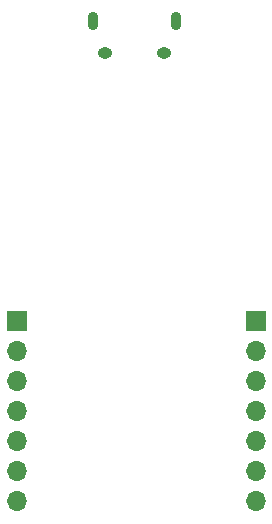
<source format=gbr>
G04 #@! TF.GenerationSoftware,KiCad,Pcbnew,(5.1.12-1-10_14)*
G04 #@! TF.CreationDate,2021-12-08T14:05:25-05:00*
G04 #@! TF.ProjectId,MinimalSAMD21,4d696e69-6d61-46c5-9341-4d4432312e6b,rev?*
G04 #@! TF.SameCoordinates,Original*
G04 #@! TF.FileFunction,Soldermask,Bot*
G04 #@! TF.FilePolarity,Negative*
%FSLAX46Y46*%
G04 Gerber Fmt 4.6, Leading zero omitted, Abs format (unit mm)*
G04 Created by KiCad (PCBNEW (5.1.12-1-10_14)) date 2021-12-08 14:05:25*
%MOMM*%
%LPD*%
G01*
G04 APERTURE LIST*
%ADD10O,1.700000X1.700000*%
%ADD11R,1.700000X1.700000*%
%ADD12O,0.890000X1.550000*%
%ADD13O,1.250000X0.950000*%
G04 APERTURE END LIST*
D10*
X48260000Y-95700000D03*
X48260000Y-93160000D03*
X48260000Y-90620000D03*
X48260000Y-88080000D03*
X48260000Y-85540000D03*
X48260000Y-83000000D03*
D11*
X48260000Y-80460000D03*
D12*
X34510000Y-55100000D03*
X41510000Y-55100000D03*
D13*
X35510000Y-57800000D03*
X40510000Y-57800000D03*
D10*
X28000000Y-95740000D03*
X28000000Y-93200000D03*
X28000000Y-90660000D03*
X28000000Y-88120000D03*
X28000000Y-85580000D03*
X28000000Y-83040000D03*
D11*
X28000000Y-80500000D03*
M02*

</source>
